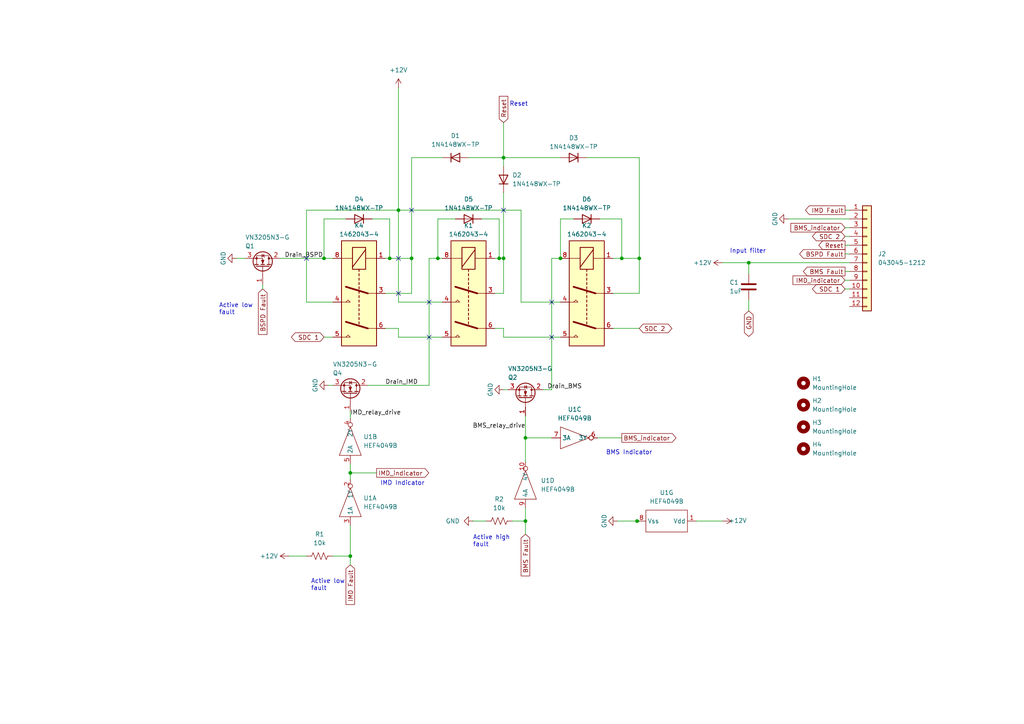
<source format=kicad_sch>
(kicad_sch (version 20231120) (generator "eeschema") (generator_version "8.0")
  (paper "A4")
  (lib_symbols
    (symbol "+12V_2" (power) (pin_names (offset 0))
      (property "Value" "+12V_2" (at 0 3.556 0))
      (symbol "+12V_2_0_1"
        (polyline (pts (xy -0.762 1.27) (xy 0 2.54)))
        (polyline (pts (xy 0 0) (xy 0 2.54)))
        (polyline (pts (xy 0 2.54) (xy 0.762 1.27)))
      )
      (symbol "+12V_2_1_1"
        (pin power_in line (at 0 0 90) (length 0) hide (name "+12V") (number "1"))
      )
    )
    (symbol "+12V_3" (power) (pin_names (offset 0))
      (property "Value" "+12V_3" (at 0 3.556 0))
      (symbol "+12V_3_0_1"
        (polyline (pts (xy -0.762 1.27) (xy 0 2.54)))
        (polyline (pts (xy 0 0) (xy 0 2.54)))
        (polyline (pts (xy 0 2.54) (xy 0.762 1.27)))
      )
      (symbol "+12V_3_1_1"
        (pin power_in line (at 0 0 90) (length 0) hide (name "+12V") (number "1"))
      )
    )
    (symbol "+12V_4" (power) (pin_names (offset 0))
      (property "Value" "+12V_4" (at 0 3.556 0))
      (symbol "+12V_4_0_1"
        (polyline (pts (xy -0.762 1.27) (xy 0 2.54)))
        (polyline (pts (xy 0 0) (xy 0 2.54)))
        (polyline (pts (xy 0 2.54) (xy 0.762 1.27)))
      )
      (symbol "+12V_4_1_1"
        (pin power_in line (at 0 0 90) (length 0) hide (name "+12V") (number "1"))
      )
    )
    (symbol "Connector_Generic:Conn_01x12" (pin_names (offset 1.016) hide)
      (property "Reference" "J" (at 0 15.24 0))
      (property "Value" "Conn_01x12" (at 0 -17.78 0))
      (symbol "Conn_01x12_1_1"
        (rectangle (start -1.27 -15.113) (end 0 -15.367) (stroke (width 0.1524)))
        (rectangle (start -1.27 -12.573) (end 0 -12.827) (stroke (width 0.1524)))
        (rectangle (start -1.27 -10.033) (end 0 -10.287) (stroke (width 0.1524)))
        (rectangle (start -1.27 -7.493) (end 0 -7.747) (stroke (width 0.1524)))
        (rectangle (start -1.27 -4.953) (end 0 -5.207) (stroke (width 0.1524)))
        (rectangle (start -1.27 -2.413) (end 0 -2.667) (stroke (width 0.1524)))
        (rectangle (start -1.27 0.127) (end 0 -0.127) (stroke (width 0.1524)))
        (rectangle (start -1.27 2.667) (end 0 2.413) (stroke (width 0.1524)))
        (rectangle (start -1.27 5.207) (end 0 4.953) (stroke (width 0.1524)))
        (rectangle (start -1.27 7.747) (end 0 7.493) (stroke (width 0.1524)))
        (rectangle (start -1.27 10.287) (end 0 10.033) (stroke (width 0.1524)))
        (rectangle (start -1.27 12.827) (end 0 12.573) (stroke (width 0.1524)))
        (rectangle (start -1.27 13.97) (end 1.27 -16.51) (stroke (width 0.254)) (fill (type background)))
        (pin passive line (at -5.08 12.7 0) (length 3.81) (name "Pin_1") (number "1"))
        (pin passive line (at -5.08 -10.16 0) (length 3.81) (name "Pin_10") (number "10"))
        (pin passive line (at -5.08 -12.7 0) (length 3.81) (name "Pin_11") (number "11"))
        (pin passive line (at -5.08 -15.24 0) (length 3.81) (name "Pin_12") (number "12"))
        (pin passive line (at -5.08 10.16 0) (length 3.81) (name "Pin_2") (number "2"))
        (pin passive line (at -5.08 7.62 0) (length 3.81) (name "Pin_3") (number "3"))
        (pin passive line (at -5.08 5.08 0) (length 3.81) (name "Pin_4") (number "4"))
        (pin passive line (at -5.08 2.54 0) (length 3.81) (name "Pin_5") (number "5"))
        (pin passive line (at -5.08 0 0) (length 3.81) (name "Pin_6") (number "6"))
        (pin passive line (at -5.08 -2.54 0) (length 3.81) (name "Pin_7") (number "7"))
        (pin passive line (at -5.08 -5.08 0) (length 3.81) (name "Pin_8") (number "8"))
        (pin passive line (at -5.08 -7.62 0) (length 3.81) (name "Pin_9") (number "9"))
      )
    )
    (symbol "Device:C" (pin_numbers hide) (pin_names (offset 0.254))
      (property "Reference" "C" (at 0.635 2.54 0))
      (property "Value" "C" (at 0.635 -2.54 0))
      (symbol "C_0_1"
        (polyline (pts (xy -2.032 -0.762) (xy 2.032 -0.762)) (stroke (width 0.508)))
        (polyline (pts (xy -2.032 0.762) (xy 2.032 0.762)) (stroke (width 0.508)))
      )
      (symbol "C_1_1"
        (pin passive line (at 0 3.81 270) (length 2.794) (name "~") (number "1"))
        (pin passive line (at 0 -3.81 90) (length 2.794) (name "~") (number "2"))
      )
    )
    (symbol "Device:R_US" (pin_numbers hide) (pin_names (offset 0))
      (property "Reference" "R" (at 2.54 0 90))
      (property "Value" "R_US" (at -2.54 0 90))
      (symbol "R_US_0_1"
        (polyline (pts (xy 0 -2.286) (xy 0 -2.54)))
        (polyline (pts (xy 0 2.286) (xy 0 2.54)))
        (polyline (pts (xy 0 -0.762) (xy 1.016 -1.143) (xy 0 -1.524) (xy -1.016 -1.905) (xy 0 -2.286)))
        (polyline (pts (xy 0 0.762) (xy 1.016 0.381) (xy 0 0) (xy -1.016 -0.381) (xy 0 -0.762)))
        (polyline (pts (xy 0 2.286) (xy 1.016 1.905) (xy 0 1.524) (xy -1.016 1.143) (xy 0 0.762)))
      )
      (symbol "R_US_1_1"
        (pin passive line (at 0 3.81 270) (length 1.27) (name "~") (number "1"))
        (pin passive line (at 0 -3.81 90) (length 1.27) (name "~") (number "2"))
      )
    )
    (symbol "Diode:1N4148" (pin_numbers hide) (pin_names hide)
      (property "Reference" "D" (at 0 2.54 0))
      (property "Value" "1N4148" (at 0 -2.54 0))
      (symbol "1N4148_0_1"
        (polyline (pts (xy -1.27 1.27) (xy -1.27 -1.27)) (stroke (width 0.254)))
        (polyline (pts (xy 1.27 0) (xy -1.27 0)))
        (polyline (pts (xy 1.27 1.27) (xy 1.27 -1.27) (xy -1.27 0) (xy 1.27 1.27)) (stroke (width 0.254)))
      )
      (symbol "1N4148_1_1"
        (pin passive line (at -3.81 0 0) (length 2.54) (name "K") (number "1"))
        (pin passive line (at 3.81 0 180) (length 2.54) (name "A") (number "2"))
      )
    )
    (symbol "GND_1" (power) (pin_names (offset 0))
      (property "Value" "GND_1" (at 0 -3.81 0))
      (symbol "GND_1_0_1"
        (polyline (pts (xy 0 0) (xy 0 -1.27) (xy 1.27 -1.27) (xy 0 -2.54) (xy -1.27 -1.27) (xy 0 -1.27)))
      )
      (symbol "GND_1_1_1"
        (pin power_in line (at 0 0 270) (length 0) hide (name "GND") (number "1"))
      )
    )
    (symbol "GND_2" (power) (pin_names (offset 0))
      (property "Value" "GND_2" (at 0 -3.81 0))
      (symbol "GND_2_0_1"
        (polyline (pts (xy 0 0) (xy 0 -1.27) (xy 1.27 -1.27) (xy 0 -2.54) (xy -1.27 -1.27) (xy 0 -1.27)))
      )
      (symbol "GND_2_1_1"
        (pin power_in line (at 0 0 270) (length 0) hide (name "GND") (number "1"))
      )
    )
    (symbol "GND_3" (power) (pin_numbers hide) (pin_names (offset 0) hide)
      (property "Value" "GND" (at 0 -3.81 0))
      (symbol "GND_3_0_1"
        (polyline (pts (xy 0 0) (xy 0 -1.27) (xy 1.27 -1.27) (xy 0 -2.54) (xy -1.27 -1.27) (xy 0 -1.27)))
      )
      (symbol "GND_3_1_1"
        (pin power_in line (at 0 0 270) (length 0) (name "~") (number "1"))
      )
    )
    (symbol "GND_4" (power) (pin_names (offset 0))
      (property "Value" "GND_4" (at 0 -3.81 0))
      (symbol "GND_4_0_1"
        (polyline (pts (xy 0 0) (xy 0 -1.27) (xy 1.27 -1.27) (xy 0 -2.54) (xy -1.27 -1.27) (xy 0 -1.27)))
      )
      (symbol "GND_4_1_1"
        (pin power_in line (at 0 0 270) (length 0) hide (name "GND") (number "1"))
      )
    )
    (symbol "GND_6" (power) (pin_names (offset 0))
      (property "Value" "GND_6" (at 0 -3.81 0))
      (symbol "GND_6_0_1"
        (polyline (pts (xy 0 0) (xy 0 -1.27) (xy 1.27 -1.27) (xy 0 -2.54) (xy -1.27 -1.27) (xy 0 -1.27)))
      )
      (symbol "GND_6_1_1"
        (pin power_in line (at 0 0 270) (length 0) hide (name "GND") (number "1"))
      )
    )
    (symbol "Mechanical:MountingHole" (pin_names (offset 1.016)) (exclude_from_sim yes) (in_bom no)
      (property "Reference" "H" (at 0 5.08 0))
      (property "Value" "MountingHole" (at 0 3.175 0))
      (symbol "MountingHole_0_1"
        (circle (center 0 0) (radius 1.27) (stroke (width 1.27)))
      )
    )
    (symbol "RT44xxxx_2"
      (property "Reference" "K4" (at -19.685 0 90))
      (property "Value" "1462043-4" (at -17.145 0 90))
      (symbol "RT44xxxx_2_0_1"
        (rectangle (start -15.24 5.08) (end 15.24 -5.08) (stroke (width 0.254)) (fill (type background)))
        (rectangle (start -13.335 1.905) (end -6.985 -1.905) (stroke (width 0.254)))
        (polyline (pts (xy -12.7 -1.905) (xy -7.62 1.905)) (stroke (width 0.254)))
        (polyline (pts (xy -10.16 -5.08) (xy -10.16 -1.905)))
        (polyline (pts (xy -10.16 5.08) (xy -10.16 1.905)))
        (polyline (pts (xy -6.985 0) (xy -6.35 0)) (stroke (width 0.254)))
        (polyline (pts (xy -5.715 0) (xy -5.08 0)) (stroke (width 0.254)))
        (polyline (pts (xy -4.445 0) (xy -3.81 0)) (stroke (width 0.254)))
        (polyline (pts (xy -3.175 0) (xy -2.54 0)) (stroke (width 0.254)))
        (polyline (pts (xy -1.905 0) (xy -1.27 0)) (stroke (width 0.254)))
        (polyline (pts (xy -0.635 0) (xy 0 0)) (stroke (width 0.254)))
        (polyline (pts (xy 0 -2.54) (xy -1.905 3.81)) (stroke (width 0.508)))
        (polyline (pts (xy 0 -2.54) (xy 0 -5.08)))
        (polyline (pts (xy 0.635 0) (xy 1.27 0)) (stroke (width 0.254)))
        (polyline (pts (xy 1.905 0) (xy 2.54 0)) (stroke (width 0.254)))
        (polyline (pts (xy 3.175 0) (xy 3.81 0)) (stroke (width 0.254)))
        (polyline (pts (xy 4.445 0) (xy 5.08 0)) (stroke (width 0.254)))
        (polyline (pts (xy 5.715 0) (xy 6.35 0)) (stroke (width 0.254)))
        (polyline (pts (xy 6.985 0) (xy 7.62 0)) (stroke (width 0.254)))
        (polyline (pts (xy 8.255 0) (xy 8.89 0)) (stroke (width 0.254)))
        (polyline (pts (xy 10.16 -2.54) (xy 8.255 3.81)) (stroke (width 0.508)))
        (polyline (pts (xy 10.16 -2.54) (xy 10.16 -5.08)))
        (polyline (pts (xy 2.54 5.08) (xy 2.54 2.54) (xy 1.905 3.175) (xy 2.54 3.81)))
        (polyline (pts (xy 12.7 5.08) (xy 12.7 2.54) (xy 12.065 3.175) (xy 12.7 3.81)))
      )
      (symbol "RT44xxxx_2_1_1"
        (pin passive line (at -10.16 -7.62 90) (length 2.54) (name "~") (number "1"))
        (pin passive line (at 0 -7.62 90) (length 2.54) (name "~") (number "3"))
        (pin passive line (at 2.54 7.62 270) (length 2.54) (name "~") (number "4"))
        (pin passive line (at 12.7 7.62 270) (length 2.54) (name "~") (number "5"))
        (pin passive line (at 10.16 -7.62 90) (length 2.54) (name "~") (number "6"))
        (pin passive line (at -10.16 7.62 270) (length 2.54) (name "~") (number "8"))
      )
    )
    (symbol "Random:HEF4049B"
      (property "Reference" "U" (at -1.905 7.62 0))
      (property "Value" "HEF4049B" (at 7.62 0 0))
      (symbol "HEF4049B_1_1"
        (polyline (pts (xy 0 3.175) (xy 0 -3.175) (xy 8.255 0) (xy 0 3.175)))
        (pin output inverted (at 10.795 0 180) (length 2.54) (name "1Y") (number "2"))
        (pin input line (at -2.54 0 0) (length 2.54) (name "1A") (number "3"))
      )
      (symbol "HEF4049B_2_1"
        (polyline (pts (xy 0 3.175) (xy 0 -3.175) (xy 8.255 0) (xy 0 3.175)))
        (pin output inverted (at 10.795 0 180) (length 2.54) (name "2Y") (number "4"))
        (pin input line (at -2.54 0 0) (length 2.54) (name "2A") (number "5"))
      )
      (symbol "HEF4049B_3_1"
        (polyline (pts (xy 0 3.175) (xy 0 -3.175) (xy 8.255 0) (xy 0 3.175)))
        (pin output inverted (at 10.795 0 180) (length 2.54) (name "3Y") (number "6"))
        (pin input line (at -2.54 0 0) (length 2.54) (name "3A") (number "7"))
      )
      (symbol "HEF4049B_4_1"
        (polyline (pts (xy 0 3.175) (xy 0 -3.175) (xy 8.255 0) (xy 0 3.175)))
        (pin output inverted (at 10.795 0 180) (length 2.54) (name "4Y") (number "10"))
        (pin input line (at -2.54 0 0) (length 2.54) (name "4A") (number "9"))
      )
      (symbol "HEF4049B_5_1"
        (polyline (pts (xy 0 3.175) (xy 0 -3.175) (xy 8.255 0) (xy 0 3.175)))
        (pin input line (at -2.54 0 0) (length 2.54) (name "5A") (number "11"))
        (pin output inverted (at 10.795 0 180) (length 2.54) (name "5Y") (number "12"))
      )
      (symbol "HEF4049B_6_1"
        (polyline (pts (xy 0 3.175) (xy 0 -3.175) (xy 8.255 0) (xy 0 3.175)))
        (pin input line (at -2.54 0 0) (length 2.54) (name "6A") (number "14"))
        (pin output inverted (at 10.795 0 180) (length 2.54) (name "6Y") (number "15"))
      )
      (symbol "HEF4049B_7_1"
        (rectangle (start 0 3.175) (end 12.065 -3.175))
        (pin power_in line (at 14.605 0 180) (length 2.54) (name "Vdd") (number "1"))
        (pin power_in line (at -2.54 0 0) (length 2.54) (name "Vss") (number "8"))
      )
    )
    (symbol "Transistor_FET:BS170" (pin_names hide)
      (property "Reference" "Q1" (at 5.08 0.635 0))
      (property "Value" "VN3205N3-G" (at 5.08 -1.905 0))
      (symbol "BS170_0_1"
        (polyline (pts (xy 0.254 0) (xy -2.54 0)))
        (polyline (pts (xy 0.254 1.905) (xy 0.254 -1.905)) (stroke (width 0.254)))
        (polyline (pts (xy 0.762 -1.27) (xy 0.762 -2.286)) (stroke (width 0.254)))
        (polyline (pts (xy 0.762 0.508) (xy 0.762 -0.508)) (stroke (width 0.254)))
        (polyline (pts (xy 0.762 2.286) (xy 0.762 1.27)) (stroke (width 0.254)))
        (polyline (pts (xy 2.54 2.54) (xy 2.54 1.778)))
        (polyline (pts (xy 2.54 -2.54) (xy 2.54 0) (xy 0.762 0)))
        (polyline (pts (xy 0.762 -1.778) (xy 3.302 -1.778) (xy 3.302 1.778) (xy 0.762 1.778)))
        (polyline (pts (xy 1.016 0) (xy 2.032 0.381) (xy 2.032 -0.381) (xy 1.016 0)) (fill (type outline)))
        (polyline (pts (xy 2.794 0.508) (xy 2.921 0.381) (xy 3.683 0.381) (xy 3.81 0.254)))
        (polyline (pts (xy 3.302 0.381) (xy 2.921 -0.254) (xy 3.683 -0.254) (xy 3.302 0.381)))
        (circle (center 1.651 0) (radius 2.794) (stroke (width 0.254)))
        (circle (center 2.54 -1.778) (radius 0.254) (fill (type outline)))
        (circle (center 2.54 1.778) (radius 0.254) (fill (type outline)))
      )
      (symbol "BS170_1_1"
        (pin input line (at -5.08 0 0) (length 2.54) (name "G") (number "1"))
        (pin passive line (at 2.54 5.08 270) (length 2.54) (name "D") (number "2"))
        (pin passive line (at 2.54 -5.08 90) (length 2.54) (name "S") (number "3"))
      )
    )
    (symbol "power:+12V" (power) (pin_names (offset 0))
      (property "Value" "+12V" (at 0 3.556 0))
      (symbol "+12V_0_1"
        (polyline (pts (xy -0.762 1.27) (xy 0 2.54)))
        (polyline (pts (xy 0 0) (xy 0 2.54)))
        (polyline (pts (xy 0 2.54) (xy 0.762 1.27)))
      )
      (symbol "+12V_1_1"
        (pin power_in line (at 0 0 90) (length 0) hide (name "+12V") (number "1"))
      )
    )
    (symbol "power:GND" (power) (pin_names (offset 0))
      (property "Value" "GND" (at 0 -3.81 0))
      (symbol "GND_0_1"
        (polyline (pts (xy 0 0) (xy 0 -1.27) (xy 1.27 -1.27) (xy 0 -2.54) (xy -1.27 -1.27) (xy 0 -1.27)))
      )
      (symbol "GND_1_1"
        (pin power_in line (at 0 0 270) (length 0) hide (name "GND") (number "1"))
      )
    )
  )
  (junction (at 184.785 151.13))
  (junction (at 180.34 74.93))
  (junction (at 146.05 74.93))
  (junction (at 217.17 76.2))
  (junction (at 152.4 127))
  (junction (at 101.6 137.16))
  (junction (at 113.03 74.93))
  (junction (at 152.4 151.13))
  (junction (at 93.98 74.93))
  (junction (at 162.56 74.93))
  (junction (at 127 74.93))
  (junction (at 144.78 74.93))
  (junction (at 146.05 45.72))
  (junction (at 115.57 60.96))
  (junction (at 185.42 74.93))
  (junction (at 119.38 74.93))
  (junction (at 101.6 161.29))
  (no_connect (at 115.57 85.09))
  (no_connect (at 124.46 97.79))
  (no_connect (at 88.9 74.93))
  (no_connect (at 160.02 97.79))
  (no_connect (at 160.02 87.63))
  (no_connect (at 115.57 74.93))
  (no_connect (at 146.05 60.96))
  (no_connect (at 119.38 60.96))
  (no_connect (at 124.46 87.63))
  (wire (pts (xy 115.57 25.4) (xy 115.57 60.96)))
  (wire (pts (xy 115.57 60.96) (xy 151.13 60.96)))
  (wire (pts (xy 185.42 85.09) (xy 185.42 74.93)))
  (wire (pts (xy 93.98 97.79) (xy 96.52 97.79)))
  (wire (pts (xy 143.51 95.25) (xy 146.05 95.25)))
  (wire (pts (xy 201.93 151.13) (xy 209.55 151.13)))
  (wire (pts (xy 96.52 161.29) (xy 101.6 161.29)))
  (wire (pts (xy 180.34 63.5) (xy 180.34 74.93)))
  (wire (pts (xy 245.11 81.28) (xy 246.38 81.28)))
  (wire (pts (xy 144.78 63.5) (xy 144.78 74.93)))
  (wire (pts (xy 101.6 137.16) (xy 101.6 139.065)))
  (wire (pts (xy 245.11 73.66) (xy 246.38 73.66)))
  (wire (pts (xy 166.37 63.5) (xy 162.56 63.5)))
  (wire (pts (xy 162.56 63.5) (xy 162.56 74.93)))
  (wire (pts (xy 146.05 45.72) (xy 162.56 45.72)))
  (wire (pts (xy 144.78 74.93) (xy 143.51 74.93)))
  (wire (pts (xy 137.16 151.13) (xy 140.97 151.13)))
  (wire (pts (xy 184.785 151.13) (xy 185.42 151.13)))
  (wire (pts (xy 160.02 113.03) (xy 157.48 113.03)))
  (wire (pts (xy 81.28 74.93) (xy 93.98 74.93)))
  (wire (pts (xy 101.6 119.38) (xy 101.6 121.285)))
  (wire (pts (xy 151.13 60.96) (xy 151.13 87.63)))
  (wire (pts (xy 119.38 74.93) (xy 113.03 74.93)))
  (wire (pts (xy 76.2 82.55) (xy 76.2 83.82)))
  (wire (pts (xy 217.17 86.995) (xy 217.17 90.17)))
  (wire (pts (xy 100.33 63.5) (xy 93.98 63.5)))
  (wire (pts (xy 185.42 74.93) (xy 180.34 74.93)))
  (wire (pts (xy 146.05 55.88) (xy 146.05 74.93)))
  (wire (pts (xy 113.03 63.5) (xy 113.03 74.93)))
  (wire (pts (xy 185.42 45.72) (xy 185.42 74.93)))
  (wire (pts (xy 146.05 113.03) (xy 147.32 113.03)))
  (wire (pts (xy 152.4 127) (xy 160.02 127)))
  (wire (pts (xy 93.98 63.5) (xy 93.98 74.93)))
  (wire (pts (xy 128.27 45.72) (xy 119.38 45.72)))
  (wire (pts (xy 93.98 74.93) (xy 96.52 74.93)))
  (wire (pts (xy 139.7 63.5) (xy 144.78 63.5)))
  (wire (pts (xy 115.57 97.79) (xy 128.27 97.79)))
  (wire (pts (xy 68.58 74.93) (xy 71.12 74.93)))
  (wire (pts (xy 115.57 60.96) (xy 88.9 60.96)))
  (wire (pts (xy 101.6 137.16) (xy 109.22 137.16)))
  (wire (pts (xy 115.57 95.25) (xy 111.76 95.25)))
  (wire (pts (xy 127 63.5) (xy 127 74.93)))
  (wire (pts (xy 170.18 45.72) (xy 185.42 45.72)))
  (wire (pts (xy 119.38 85.09) (xy 119.38 74.93)))
  (wire (pts (xy 245.11 60.96) (xy 246.38 60.96)))
  (wire (pts (xy 151.13 87.63) (xy 162.56 87.63)))
  (wire (pts (xy 106.68 111.76) (xy 124.46 111.76)))
  (wire (pts (xy 146.05 35.56) (xy 146.05 45.72)))
  (wire (pts (xy 95.25 111.76) (xy 96.52 111.76)))
  (wire (pts (xy 101.6 152.4) (xy 101.6 161.29)))
  (wire (pts (xy 209.55 76.2) (xy 217.17 76.2)))
  (wire (pts (xy 173.99 63.5) (xy 180.34 63.5)))
  (wire (pts (xy 160.02 74.93) (xy 162.56 74.93)))
  (wire (pts (xy 115.57 87.63) (xy 128.27 87.63)))
  (wire (pts (xy 173.355 127) (xy 180.34 127)))
  (wire (pts (xy 146.05 45.72) (xy 135.89 45.72)))
  (wire (pts (xy 119.38 45.72) (xy 119.38 74.93)))
  (wire (pts (xy 124.46 74.93) (xy 127 74.93)))
  (wire (pts (xy 101.6 134.62) (xy 101.6 137.16)))
  (wire (pts (xy 245.11 83.82) (xy 246.38 83.82)))
  (wire (pts (xy 107.95 63.5) (xy 113.03 63.5)))
  (wire (pts (xy 111.76 85.09) (xy 119.38 85.09)))
  (wire (pts (xy 146.05 85.09) (xy 146.05 74.93)))
  (wire (pts (xy 245.11 71.12) (xy 246.38 71.12)))
  (wire (pts (xy 152.4 151.13) (xy 152.4 154.94)))
  (wire (pts (xy 124.46 74.93) (xy 124.46 111.76)))
  (wire (pts (xy 180.34 74.93) (xy 177.8 74.93)))
  (wire (pts (xy 217.17 76.2) (xy 217.17 79.375)))
  (wire (pts (xy 115.57 95.25) (xy 115.57 97.79)))
  (wire (pts (xy 152.4 120.65) (xy 152.4 127)))
  (wire (pts (xy 179.07 151.13) (xy 184.785 151.13)))
  (wire (pts (xy 148.59 151.13) (xy 152.4 151.13)))
  (wire (pts (xy 101.6 161.29) (xy 101.6 163.83)))
  (wire (pts (xy 83.82 161.29) (xy 88.9 161.29)))
  (wire (pts (xy 115.57 60.96) (xy 115.57 87.63)))
  (wire (pts (xy 146.05 74.93) (xy 144.78 74.93)))
  (wire (pts (xy 146.05 97.79) (xy 162.56 97.79)))
  (wire (pts (xy 177.8 95.25) (xy 185.42 95.25)))
  (wire (pts (xy 245.11 66.04) (xy 246.38 66.04)))
  (wire (pts (xy 143.51 85.09) (xy 146.05 85.09)))
  (wire (pts (xy 177.8 85.09) (xy 185.42 85.09)))
  (wire (pts (xy 132.08 63.5) (xy 127 63.5)))
  (wire (pts (xy 113.03 74.93) (xy 111.76 74.93)))
  (wire (pts (xy 88.9 87.63) (xy 96.52 87.63)))
  (wire (pts (xy 146.05 45.72) (xy 146.05 48.26)))
  (wire (pts (xy 152.4 127) (xy 152.4 133.985)))
  (wire (pts (xy 228.6 63.5) (xy 246.38 63.5)))
  (wire (pts (xy 88.9 60.96) (xy 88.9 87.63)))
  (wire (pts (xy 217.17 76.2) (xy 246.38 76.2)))
  (wire (pts (xy 146.05 95.25) (xy 146.05 97.79)))
  (wire (pts (xy 127 74.93) (xy 128.27 74.93)))
  (wire (pts (xy 245.11 78.74) (xy 246.38 78.74)))
  (wire (pts (xy 160.02 74.93) (xy 160.02 113.03)))
  (wire (pts (xy 245.11 68.58) (xy 246.38 68.58)))
  (wire (pts (xy 152.4 147.32) (xy 152.4 151.13)))
  (text "Active low \nfault" (at 63.5 91.44 0) (effects (font (size 1.27 1.27)) (justify left bottom)))
  (text "Input filter" (at 216.916 72.898 0) (effects (font (size 1.27 1.27))))
  (text "Active high\nfault\n" (at 137.16 158.75 0) (effects (font (size 1.27 1.27)) (justify left bottom)))
  (text "Reset\n" (at 153.162 30.988 0) (effects (font (size 1.27 1.27)) (justify right bottom)))
  (text "Active low\nfault" (at 90.17 171.45 0) (effects (font (size 1.27 1.27)) (justify left bottom)))
  (text "IMD Indicator" (at 123.19 140.97 0) (effects (font (size 1.27 1.27)) (justify right bottom)))
  (text "BMS Indicator" (at 189.23 132.08 0) (effects (font (size 1.27 1.27)) (justify right bottom)))
  (label "Drain_BMS" (at 158.75 113.03 0))
  (label "Drain_BSPD" (at 82.55 74.93 0))
  (label "IMD_relay_drive" (at 101.6 120.65 0))
  (label "BMS_relay_drive" (at 152.4 124.46 180))
  (label "Drain_IMD" (at 111.76 111.76 0))
  (global_label "Reset" (shape output) (at 245.11 71.12 180) (property "Intersheetrefs" "${INTERSHEET_REFS}" (effects (hide yes))))
  (global_label "SDC 2" (shape bidirectional) (at 245.11 68.58 180) (property "Intersheetrefs" "${INTERSHEET_REFS}" (effects (hide yes))))
  (global_label "SDC 2" (shape bidirectional) (at 185.42 95.25 0) (property "Intersheetrefs" "${INTERSHEET_REFS}" (effects (hide yes))))
  (global_label "BSPD Fault" (shape output) (at 245.11 73.66 180) (property "Intersheetrefs" "${INTERSHEET_REFS}" (effects (hide yes))))
  (global_label "SDC 1" (shape bidirectional) (at 93.98 97.79 180) (property "Intersheetrefs" "${INTERSHEET_REFS}" (effects (hide yes))))
  (global_label "BMS Fault" (shape output) (at 245.11 78.74 180) (property "Intersheetrefs" "${INTERSHEET_REFS}" (effects (hide yes))))
  (global_label "BMS_indicator" (shape output) (at 180.34 127 0) (property "Intersheetrefs" "${INTERSHEET_REFS}" (effects (hide yes))))
  (global_label "BSPD Fault" (shape input) (at 76.2 83.82 270) (property "Intersheetrefs" "${INTERSHEET_REFS}" (effects (hide yes))))
  (global_label "IMD_indicator" (shape input) (at 245.11 81.28 180) (property "Intersheetrefs" "${INTERSHEET_REFS}" (effects (hide yes))))
  (global_label "SDC 1" (shape bidirectional) (at 245.11 83.82 180) (property "Intersheetrefs" "${INTERSHEET_REFS}" (effects (hide yes))))
  (global_label "BMS_indicator" (shape input) (at 245.11 66.04 180) (property "Intersheetrefs" "${INTERSHEET_REFS}" (effects (hide yes))))
  (global_label "IMD Fault" (shape output) (at 245.11 60.96 180) (property "Intersheetrefs" "${INTERSHEET_REFS}" (effects (hide yes))))
  (global_label "Reset" (shape input) (at 146.05 35.56 90) (property "Intersheetrefs" "${INTERSHEET_REFS}" (effects (hide yes))))
  (global_label "IMD Fault" (shape input) (at 101.6 163.83 270) (property "Intersheetrefs" "${INTERSHEET_REFS}" (effects (hide yes))))
  (global_label "GND" (shape bidirectional) (at 217.17 90.17 270) (property "Intersheetrefs" "${INTERSHEET_REFS}" (effects (hide yes))))
  (global_label "IMD_indicator" (shape output) (at 109.22 137.16 0) (property "Intersheetrefs" "${INTERSHEET_REFS}" (effects (hide yes))))
  (global_label "BMS Fault" (shape input) (at 152.4 154.94 270) (property "Intersheetrefs" "${INTERSHEET_REFS}" (effects (hide yes))))
  (symbol (lib_id "Device:C") (at 217.17 83.185 0) (unit 1)
    (property "Reference" "C1" (at 211.582 81.915 0) (effects (justify left)))
    (property "Value" "1uF" (at 211.582 84.455 0) (effects (justify left)))
    (property "Footprint" "Capacitor_SMD:C_0805_2012Metric_Pad1.18x1.45mm_HandSolder" (effects (hide yes)))
    (property "Description" "Unpolarized capacitor" (effects (hide yes)))
  )
  (symbol (lib_name "RT44xxxx_2") (lib_id "Relay:RT44xxxx") (at 104.14 85.09 90) (mirror x) (unit 1)
    (property "Reference" "K4" (at 104.14 65.405 90))
    (property "Value" "1462043-4" (at 104.14 67.945 90))
    (property "Footprint" "Relay_SMD:Relay_DPDT_AXICOM_IMSeries_JLeg" (effects (hide yes)))
    (property "Datasheet" "http://www.te.com/commerce/DocumentDelivery/DDEController?Action=showdoc&DocId=Data+Sheet%7FRT2%7F1014%7Fpdf%7FEnglish%7FENG_DS_RT2_1014.pdf%7F6-1393243-3" (effects (hide yes)))
  )
  (symbol (lib_name "GND_6") (lib_id "power:GND") (at 146.05 113.03 270) (unit 1)
    (property "Reference" "#PWR05" (effects (hide yes)))
    (property "Value" "GND" (at 142.24 113.03 0))
  )
  (symbol (lib_name "RT44xxxx_2") (lib_id "Relay:RT44xxxx") (at 135.89 85.09 90) (mirror x) (unit 1)
    (property "Reference" "K1" (at 135.89 65.405 90))
    (property "Value" "1462043-4" (at 135.89 67.945 90))
    (property "Footprint" "Relay_SMD:Relay_DPDT_AXICOM_IMSeries_JLeg" (effects (hide yes)))
    (property "Datasheet" "http://www.te.com/commerce/DocumentDelivery/DDEController?Action=showdoc&DocId=Data+Sheet%7FRT2%7F1014%7Fpdf%7FEnglish%7FENG_DS_RT2_1014.pdf%7F6-1393243-3" (effects (hide yes)))
  )
  (symbol (lib_id "Device:R_US") (at 92.71 161.29 270) (unit 1)
    (property "Reference" "R1" (at 92.71 154.94 90))
    (property "Value" "10k" (at 92.71 157.48 90))
    (property "Footprint" "Resistor_SMD:R_0805_2012Metric_Pad1.20x1.40mm_HandSolder" (effects (hide yes)))
  )
  (symbol (lib_id "Diode:1N4148") (at 104.14 63.5 180) (unit 1)
    (property "Reference" "D4" (at 104.14 57.785 0))
    (property "Value" "1N4148WX-TP" (at 104.14 60.325 0))
    (property "Footprint" "Diode_SMD:D_SOD-323" (effects (hide yes)))
    (property "Datasheet" "https://assets.nexperia.com/documents/data-sheet/1N4148_1N4448.pdf" (effects (hide yes)))
    (property "Sim.Device" "D" (effects (hide yes)))
    (property "Sim.Pins" "1=K 2=A" (effects (hide yes)))
  )
  (symbol (lib_name "GND_3") (lib_id "power:GND") (at 137.16 151.13 270) (unit 1)
    (property "Reference" "#PWR08" (effects (hide yes)))
    (property "Value" "GND" (at 133.35 151.1299 90) (effects (justify right)))
    (property "Description" "Power symbol creates a global label with name \"GND\" , ground" (effects (hide yes)))
  )
  (symbol (lib_name "+12V_4") (lib_id "power:+12V") (at 115.57 25.4 0) (unit 1)
    (property "Reference" "#PWR03" (effects (hide yes)))
    (property "Value" "+12V" (at 115.57 20.32 0))
  )
  (symbol (lib_id "Mechanical:MountingHole") (at 233.045 117.475 0) (unit 1) (exclude_from_sim yes) (in_bom no)
    (property "Reference" "H2" (at 235.585 116.2049 0) (effects (justify left)))
    (property "Value" "MountingHole" (at 235.585 118.7449 0) (effects (justify left)))
    (property "Footprint" "MountingHole:MountingHole_4.3mm_M4" (effects (hide yes)))
    (property "Description" "Mounting Hole without connection" (effects (hide yes)))
  )
  (symbol (lib_id "Random:HEF4049B") (at 152.4 144.78 90) (unit 4)
    (property "Reference" "U1" (at 156.845 139.3825 90) (effects (justify right)))
    (property "Value" "HEF4049B" (at 156.845 141.9225 90) (effects (justify right)))
    (property "Footprint" "Package_SO:SO-16_3.9x9.9mm_P1.27mm" (effects (hide yes)))
  )
  (symbol (lib_name "+12V_3") (lib_id "power:+12V") (at 209.55 76.2 90) (unit 1)
    (property "Reference" "#PWR04" (effects (hide yes)))
    (property "Value" "+12V" (at 206.375 76.2 90) (effects (justify left)))
  )
  (symbol (lib_id "power:GND") (at 179.07 151.13 270) (unit 1)
    (property "Reference" "#PWR09" (effects (hide yes)))
    (property "Value" "GND" (at 175.26 151.13 0))
  )
  (symbol (lib_id "power:+12V") (at 209.55 151.13 270) (unit 1)
    (property "Reference" "#PWR010" (effects (hide yes)))
    (property "Value" "+12V" (at 211.328 151.003 90) (effects (justify left)))
  )
  (symbol (lib_name "RT44xxxx_2") (lib_id "Relay:RT44xxxx") (at 170.18 85.09 90) (mirror x) (unit 1)
    (property "Reference" "K2" (at 170.18 65.405 90))
    (property "Value" "1462043-4" (at 170.18 67.945 90))
    (property "Footprint" "Relay_SMD:Relay_DPDT_AXICOM_IMSeries_JLeg" (effects (hide yes)))
    (property "Datasheet" "http://www.te.com/commerce/DocumentDelivery/DDEController?Action=showdoc&DocId=Data+Sheet%7FRT2%7F1014%7Fpdf%7FEnglish%7FENG_DS_RT2_1014.pdf%7F6-1393243-3" (effects (hide yes)))
  )
  (symbol (lib_id "Random:HEF4049B") (at 101.6 132.08 90) (unit 2)
    (property "Reference" "U1" (at 105.41 126.6825 90) (effects (justify right)))
    (property "Value" "HEF4049B" (at 105.41 129.2225 90) (effects (justify right)))
    (property "Footprint" "Package_SO:SO-16_3.9x9.9mm_P1.27mm" (effects (hide yes)))
  )
  (symbol (lib_id "Mechanical:MountingHole") (at 233.045 123.825 0) (unit 1) (exclude_from_sim yes) (in_bom no)
    (property "Reference" "H3" (at 235.585 122.5549 0) (effects (justify left)))
    (property "Value" "MountingHole" (at 235.585 125.0949 0) (effects (justify left)))
    (property "Footprint" "MountingHole:MountingHole_4.3mm_M4" (effects (hide yes)))
    (property "Description" "Mounting Hole without connection" (effects (hide yes)))
  )
  (symbol (lib_id "Random:HEF4049B") (at 187.325 151.13 0) (unit 7)
    (property "Reference" "U1" (at 193.3575 142.875 0))
    (property "Value" "HEF4049B" (at 193.3575 145.415 0))
    (property "Footprint" "Package_SO:SO-16_3.9x9.9mm_P1.27mm" (effects (hide yes)))
  )
  (symbol (lib_id "Mechanical:MountingHole") (at 233.045 130.175 0) (unit 1) (exclude_from_sim yes) (in_bom no)
    (property "Reference" "H4" (at 235.585 128.9049 0) (effects (justify left)))
    (property "Value" "MountingHole" (at 235.585 131.4449 0) (effects (justify left)))
    (property "Footprint" "MountingHole:MountingHole_4.3mm_M4" (effects (hide yes)))
    (property "Description" "Mounting Hole without connection" (effects (hide yes)))
  )
  (symbol (lib_name "+12V_2") (lib_id "power:+12V") (at 83.82 161.29 90) (unit 1)
    (property "Reference" "#PWR07" (effects (hide yes)))
    (property "Value" "+12V" (at 80.645 161.29 90) (effects (justify left)))
  )
  (symbol (lib_id "Transistor_FET:BS170") (at 76.2 77.47 270) (mirror x) (unit 1)
    (property "Reference" "Q1" (at 71.12 71.374 90) (effects (justify left)))
    (property "Value" "VN3205N3-G" (at 71.12 68.834 90) (effects (justify left)))
    (property "Footprint" "VN3205N8-G:TO-243AA_MCH" (effects (hide yes)))
    (property "Datasheet" "https://www.onsemi.com/pub/Collateral/BS170-D.PDF" (effects (hide yes)))
    (property "Description" "0.5A Id, 60V Vds, N-Channel MOSFET, TO-92" (effects (hide yes)))
  )
  (symbol (lib_id "Diode:1N4148") (at 170.18 63.5 180) (unit 1)
    (property "Reference" "D6" (at 170.18 57.785 0))
    (property "Value" "1N4148WX-TP" (at 170.18 60.325 0))
    (property "Footprint" "Diode_SMD:D_SOD-323" (effects (hide yes)))
    (property "Datasheet" "https://assets.nexperia.com/documents/data-sheet/1N4148_1N4448.pdf" (effects (hide yes)))
    (property "Sim.Device" "D" (effects (hide yes)))
    (property "Sim.Pins" "1=K 2=A" (effects (hide yes)))
  )
  (symbol (lib_id "Mechanical:MountingHole") (at 233.045 111.125 0) (unit 1) (exclude_from_sim yes) (in_bom no)
    (property "Reference" "H1" (at 235.585 109.8549 0) (effects (justify left)))
    (property "Value" "MountingHole" (at 235.585 112.3949 0) (effects (justify left)))
    (property "Footprint" "MountingHole:MountingHole_4.3mm_M4" (effects (hide yes)))
    (property "Description" "Mounting Hole without connection" (effects (hide yes)))
  )
  (symbol (lib_id "Diode:1N4148") (at 135.89 63.5 180) (unit 1)
    (property "Reference" "D5" (at 135.89 57.785 0))
    (property "Value" "1N4148WX-TP" (at 135.89 60.325 0))
    (property "Footprint" "Diode_SMD:D_SOD-323" (effects (hide yes)))
    (property "Datasheet" "https://assets.nexperia.com/documents/data-sheet/1N4148_1N4448.pdf" (effects (hide yes)))
    (property "Sim.Device" "D" (effects (hide yes)))
    (property "Sim.Pins" "1=K 2=A" (effects (hide yes)))
  )
  (symbol (lib_id "Diode:1N4148") (at 166.37 45.72 180) (unit 1)
    (property "Reference" "D3" (at 166.37 40.005 0))
    (property "Value" "1N4148WX-TP" (at 166.37 42.545 0))
    (property "Footprint" "Diode_SMD:D_SOD-323" (effects (hide yes)))
    (property "Datasheet" "https://assets.nexperia.com/documents/data-sheet/1N4148_1N4448.pdf" (effects (hide yes)))
    (property "Sim.Device" "D" (effects (hide yes)))
    (property "Sim.Pins" "1=K 2=A" (effects (hide yes)))
  )
  (symbol (lib_id "Random:HEF4049B") (at 101.6 149.86 90) (unit 1)
    (property "Reference" "U1" (at 105.41 144.4625 90) (effects (justify right)))
    (property "Value" "HEF4049B" (at 105.41 147.0025 90) (effects (justify right)))
    (property "Footprint" "Package_SO:SO-16_3.9x9.9mm_P1.27mm" (effects (hide yes)))
  )
  (symbol (lib_id "Device:R_US") (at 144.78 151.13 270) (unit 1)
    (property "Reference" "R2" (at 144.78 144.78 90))
    (property "Value" "10k" (at 144.78 147.32 90))
    (property "Footprint" "Resistor_SMD:R_0805_2012Metric_Pad1.20x1.40mm_HandSolder" (effects (hide yes)))
  )
  (symbol (lib_name "GND_2") (lib_id "power:GND") (at 95.25 111.76 270) (unit 1)
    (property "Reference" "#PWR02" (effects (hide yes)))
    (property "Value" "GND" (at 91.44 111.76 0))
  )
  (symbol (lib_id "Transistor_FET:BS170") (at 101.6 114.3 270) (mirror x) (unit 1)
    (property "Reference" "Q4" (at 96.52 108.204 90) (effects (justify left)))
    (property "Value" "VN3205N3-G" (at 96.52 105.664 90) (effects (justify left)))
    (property "Footprint" "VN3205N8-G:TO-243AA_MCH" (effects (hide yes)))
    (property "Datasheet" "https://www.onsemi.com/pub/Collateral/BS170-D.PDF" (effects (hide yes)))
    (property "Description" "0.5A Id, 60V Vds, N-Channel MOSFET, TO-92" (effects (hide yes)))
  )
  (symbol (lib_id "Connector_Generic:Conn_01x12") (at 251.46 73.66 0) (unit 1)
    (property "Reference" "J2" (at 254.635 73.66 0) (effects (justify left)))
    (property "Value" "043045-1212" (at 254.635 76.2 0) (effects (justify left)))
    (property "Footprint" "Connector_Molex:Molex_Micro-Fit_3.0_43045-1212_2x06_P3.00mm_Vertical" (effects (hide yes)))
  )
  (symbol (lib_id "Random:HEF4049B") (at 162.56 127 0) (unit 3)
    (property "Reference" "U1" (at 166.6875 118.745 0))
    (property "Value" "HEF4049B" (at 166.6875 121.285 0))
    (property "Footprint" "Package_SO:SO-16_3.9x9.9mm_P1.27mm" (effects (hide yes)))
  )
  (symbol (lib_id "Diode:1N4148") (at 146.05 52.07 90) (unit 1)
    (property "Reference" "D2" (at 148.59 50.7999 90) (effects (justify right)))
    (property "Value" "1N4148WX-TP" (at 148.59 53.3399 90) (effects (justify right)))
    (property "Footprint" "Diode_SMD:D_SOD-323" (effects (hide yes)))
    (property "Datasheet" "https://assets.nexperia.com/documents/data-sheet/1N4148_1N4448.pdf" (effects (hide yes)))
    (property "Sim.Device" "D" (effects (hide yes)))
    (property "Sim.Pins" "1=K 2=A" (effects (hide yes)))
  )
  (symbol (lib_id "Diode:1N4148") (at 132.08 45.72 0) (unit 1)
    (property "Reference" "D1" (at 132.08 39.37 0))
    (property "Value" "1N4148WX-TP" (at 132.08 41.91 0))
    (property "Footprint" "Diode_SMD:D_SOD-323" (effects (hide yes)))
    (property "Datasheet" "https://assets.nexperia.com/documents/data-sheet/1N4148_1N4448.pdf" (effects (hide yes)))
    (property "Sim.Device" "D" (effects (hide yes)))
    (property "Sim.Pins" "1=K 2=A" (effects (hide yes)))
  )
  (symbol (lib_id "Transistor_FET:BS170") (at 152.4 115.57 270) (mirror x) (unit 1)
    (property "Reference" "Q2" (at 147.32 109.474 90) (effects (justify left)))
    (property "Value" "VN3205N3-G" (at 147.32 106.934 90) (effects (justify left)))
    (property "Footprint" "VN3205N8-G:TO-243AA_MCH" (effects (hide yes)))
    (property "Datasheet" "https://www.onsemi.com/pub/Collateral/BS170-D.PDF" (effects (hide yes)))
    (property "Description" "0.5A Id, 60V Vds, N-Channel MOSFET, TO-92" (effects (hide yes)))
  )
  (symbol (lib_name "GND_1") (lib_id "power:GND") (at 68.58 74.93 270) (unit 1)
    (property "Reference" "#PWR01" (effects (hide yes)))
    (property "Value" "GND" (at 64.77 74.93 0))
  )
  (symbol (lib_name "GND_4") (lib_id "power:GND") (at 228.6 63.5 270) (unit 1)
    (property "Reference" "#PWR06" (effects (hide yes)))
    (property "Value" "GND" (at 224.79 63.5 0))
  )
)
</source>
